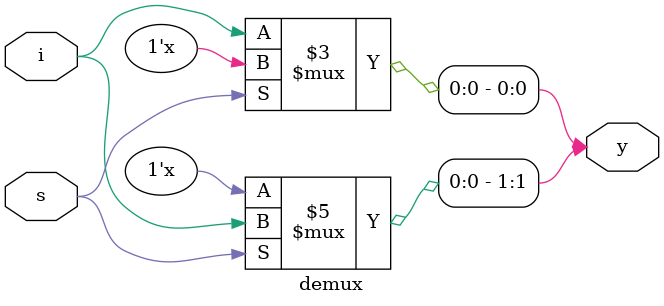
<source format=v>
module demux(input i,input s,output reg [1:0]y);
always@(s or i) begin
    case(s)
    1'b0: y[0]=i;
    1'b1: y[1]=i;
    default: y=2'bxx;
    endcase
    end
endmodule
</source>
